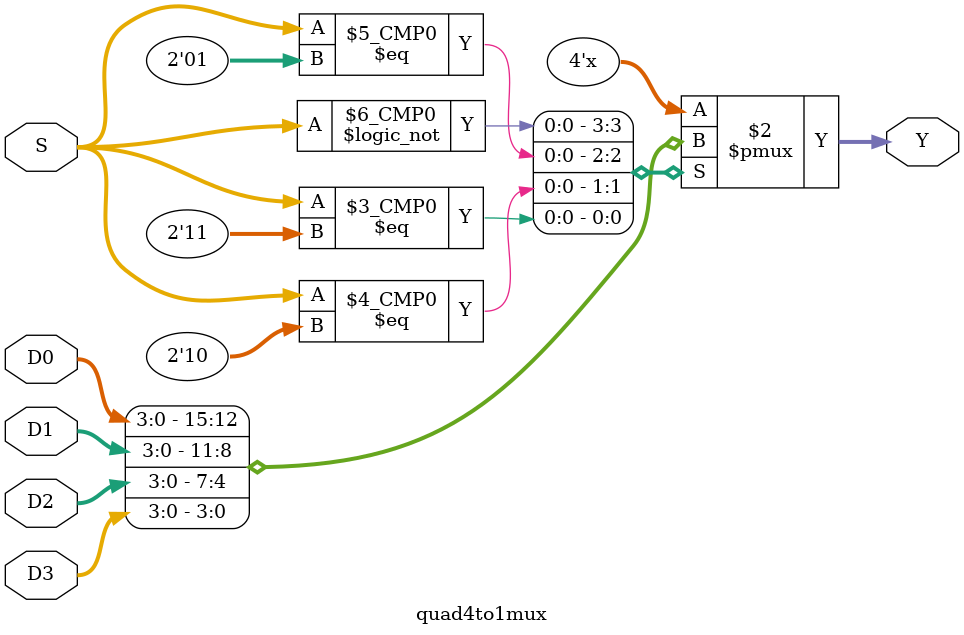
<source format=v>
`timescale 1ns / 1ps


module quad4to1mux(
    // inputs
    input [3:0] D0,
    input [3:0] D1,
    input [3:0] D2,
    input [3:0] D3,
    input [1:0] S,
    
    // outputs
    output reg [3:0] Y
    );
    always @(*) begin
        case (S)
            0 : Y = D0;
            1 : Y = D1;
            2 : Y = D2;
            3 : Y = D3;
        endcase
    end
    
endmodule



</source>
